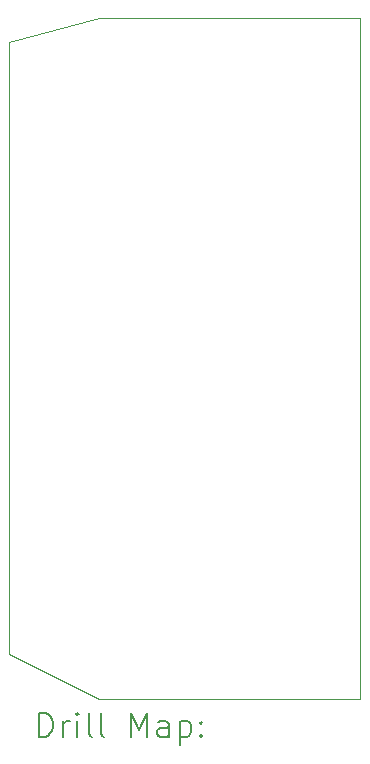
<source format=gbr>
%FSLAX45Y45*%
G04 Gerber Fmt 4.5, Leading zero omitted, Abs format (unit mm)*
G04 Created by KiCad (PCBNEW (6.0.0)) date 2023-01-29 20:40:08*
%MOMM*%
%LPD*%
G01*
G04 APERTURE LIST*
%TA.AperFunction,Profile*%
%ADD10C,0.100000*%
%TD*%
%ADD11C,0.200000*%
G04 APERTURE END LIST*
D10*
X12192000Y-4902200D02*
X14401800Y-4902200D01*
X11430000Y-10287000D02*
X11430000Y-5105400D01*
X14401800Y-10668000D02*
X12192000Y-10668000D01*
X11430000Y-5105400D02*
X12192000Y-4902200D01*
X12192000Y-10668000D02*
X11430000Y-10287000D01*
X14401800Y-4902200D02*
X14401800Y-10668000D01*
D11*
X11682619Y-10983476D02*
X11682619Y-10783476D01*
X11730238Y-10783476D01*
X11758809Y-10793000D01*
X11777857Y-10812048D01*
X11787381Y-10831095D01*
X11796905Y-10869190D01*
X11796905Y-10897762D01*
X11787381Y-10935857D01*
X11777857Y-10954905D01*
X11758809Y-10973952D01*
X11730238Y-10983476D01*
X11682619Y-10983476D01*
X11882619Y-10983476D02*
X11882619Y-10850143D01*
X11882619Y-10888238D02*
X11892143Y-10869190D01*
X11901667Y-10859667D01*
X11920714Y-10850143D01*
X11939762Y-10850143D01*
X12006428Y-10983476D02*
X12006428Y-10850143D01*
X12006428Y-10783476D02*
X11996905Y-10793000D01*
X12006428Y-10802524D01*
X12015952Y-10793000D01*
X12006428Y-10783476D01*
X12006428Y-10802524D01*
X12130238Y-10983476D02*
X12111190Y-10973952D01*
X12101667Y-10954905D01*
X12101667Y-10783476D01*
X12235000Y-10983476D02*
X12215952Y-10973952D01*
X12206428Y-10954905D01*
X12206428Y-10783476D01*
X12463571Y-10983476D02*
X12463571Y-10783476D01*
X12530238Y-10926333D01*
X12596905Y-10783476D01*
X12596905Y-10983476D01*
X12777857Y-10983476D02*
X12777857Y-10878714D01*
X12768333Y-10859667D01*
X12749286Y-10850143D01*
X12711190Y-10850143D01*
X12692143Y-10859667D01*
X12777857Y-10973952D02*
X12758809Y-10983476D01*
X12711190Y-10983476D01*
X12692143Y-10973952D01*
X12682619Y-10954905D01*
X12682619Y-10935857D01*
X12692143Y-10916810D01*
X12711190Y-10907286D01*
X12758809Y-10907286D01*
X12777857Y-10897762D01*
X12873095Y-10850143D02*
X12873095Y-11050143D01*
X12873095Y-10859667D02*
X12892143Y-10850143D01*
X12930238Y-10850143D01*
X12949286Y-10859667D01*
X12958809Y-10869190D01*
X12968333Y-10888238D01*
X12968333Y-10945381D01*
X12958809Y-10964429D01*
X12949286Y-10973952D01*
X12930238Y-10983476D01*
X12892143Y-10983476D01*
X12873095Y-10973952D01*
X13054048Y-10964429D02*
X13063571Y-10973952D01*
X13054048Y-10983476D01*
X13044524Y-10973952D01*
X13054048Y-10964429D01*
X13054048Y-10983476D01*
X13054048Y-10859667D02*
X13063571Y-10869190D01*
X13054048Y-10878714D01*
X13044524Y-10869190D01*
X13054048Y-10859667D01*
X13054048Y-10878714D01*
M02*

</source>
